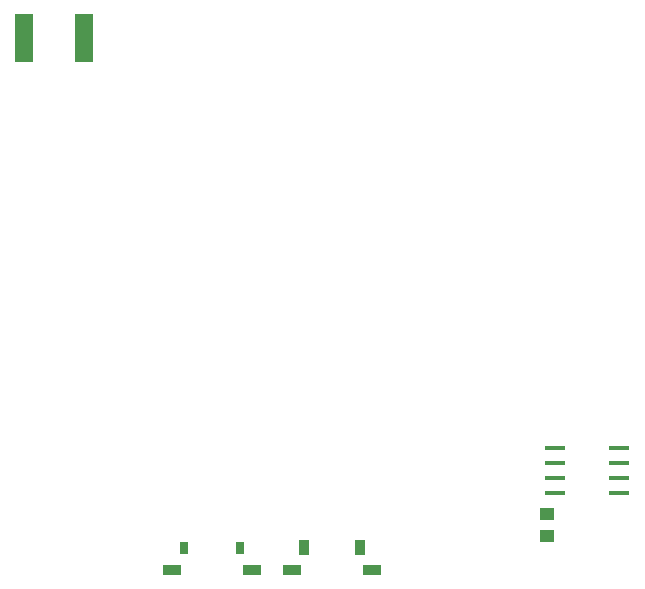
<source format=gbp>
G04 DipTrace 3.3.1.3*
G04 Teensy4.0TouchDisplayLoRa.gbp*
%MOIN*%
G04 #@! TF.FileFunction,Paste,Bot*
G04 #@! TF.Part,Single*
%AMOUTLINE0*
4,1,4,
0.0175,-0.025,
0.0175,0.025,
-0.0175,0.025,
-0.0175,-0.025,
0.0175,-0.025,
0*%
%AMOUTLINE1*
4,1,4,
-0.0285,-0.0155,
0.0285,-0.0155,
0.0285,0.0155,
-0.0285,0.0155,
-0.0285,-0.0155,
0*%
%AMOUTLINE3*
4,1,4,
0.01356,-0.02106,
0.01356,0.02106,
-0.01356,0.02106,
-0.01356,-0.02106,
0.01356,-0.02106,
0*%
%AMOUTLINE6*
4,1,4,
0.03,0.08,
-0.03,0.08,
-0.03,-0.08,
0.03,-0.08,
0.03,0.08,
0*%
%ADD110R,0.07086X0.015742*%
%ADD134R,0.051175X0.043301*%
%ADD141OUTLINE0*%
%ADD142OUTLINE1*%
%ADD144OUTLINE3*%
%ADD147OUTLINE6*%
%FSLAX26Y26*%
G04*
G70*
G90*
G75*
G01*
G04 BotPaste*
%LPD*%
D134*
X3412039Y562527D3*
Y637330D3*
D141*
X2786200Y523700D3*
X2601200D3*
D142*
X2826700Y449200D3*
X2560700D3*
D144*
X2386200Y523700D3*
X2201200D3*
D142*
X2426700Y449200D3*
X2160700D3*
D110*
X3649999Y856151D3*
Y806151D3*
Y756151D3*
Y706151D3*
X3437401D3*
Y756151D3*
Y806151D3*
Y856151D3*
D147*
X1868566Y2224758D3*
X1668566D3*
M02*

</source>
